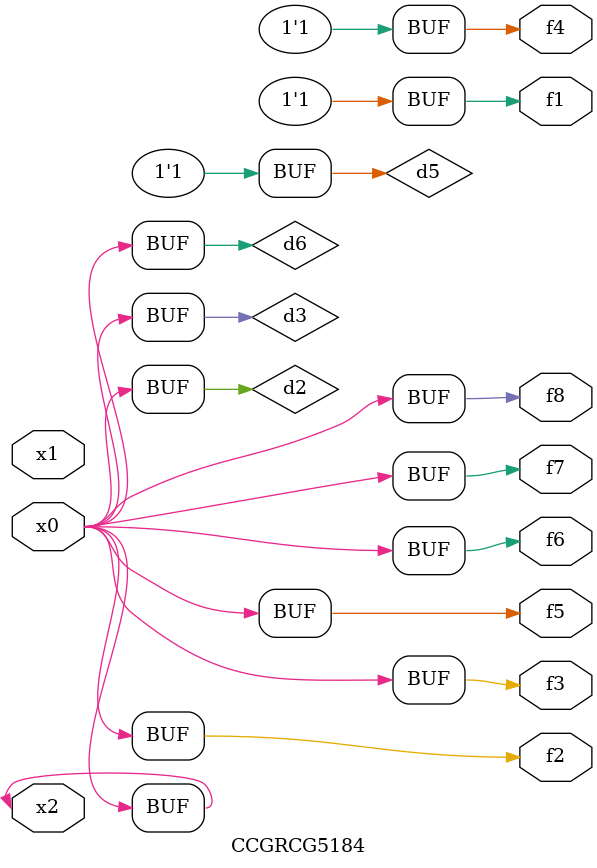
<source format=v>
module CCGRCG5184(
	input x0, x1, x2,
	output f1, f2, f3, f4, f5, f6, f7, f8
);

	wire d1, d2, d3, d4, d5, d6;

	xnor (d1, x2);
	buf (d2, x0, x2);
	and (d3, x0);
	xnor (d4, x1, x2);
	nand (d5, d1, d3);
	buf (d6, d2, d3);
	assign f1 = d5;
	assign f2 = d6;
	assign f3 = d6;
	assign f4 = d5;
	assign f5 = d6;
	assign f6 = d6;
	assign f7 = d6;
	assign f8 = d6;
endmodule

</source>
